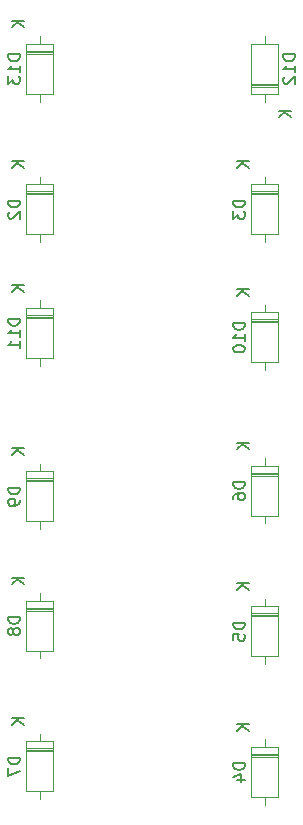
<source format=gbr>
%TF.GenerationSoftware,KiCad,Pcbnew,8.0.8*%
%TF.CreationDate,2025-03-23T18:30:03-07:00*%
%TF.ProjectId,Turtlepad Finalplz,54757274-6c65-4706-9164-2046696e616c,rev?*%
%TF.SameCoordinates,Original*%
%TF.FileFunction,Legend,Bot*%
%TF.FilePolarity,Positive*%
%FSLAX46Y46*%
G04 Gerber Fmt 4.6, Leading zero omitted, Abs format (unit mm)*
G04 Created by KiCad (PCBNEW 8.0.8) date 2025-03-23 18:30:03*
%MOMM*%
%LPD*%
G01*
G04 APERTURE LIST*
%ADD10C,0.150000*%
%ADD11C,0.120000*%
G04 APERTURE END LIST*
D10*
X98347319Y-86891905D02*
X97347319Y-86891905D01*
X97347319Y-86891905D02*
X97347319Y-87130000D01*
X97347319Y-87130000D02*
X97394938Y-87272857D01*
X97394938Y-87272857D02*
X97490176Y-87368095D01*
X97490176Y-87368095D02*
X97585414Y-87415714D01*
X97585414Y-87415714D02*
X97775890Y-87463333D01*
X97775890Y-87463333D02*
X97918747Y-87463333D01*
X97918747Y-87463333D02*
X98109223Y-87415714D01*
X98109223Y-87415714D02*
X98204461Y-87368095D01*
X98204461Y-87368095D02*
X98299700Y-87272857D01*
X98299700Y-87272857D02*
X98347319Y-87130000D01*
X98347319Y-87130000D02*
X98347319Y-86891905D01*
X98347319Y-87939524D02*
X98347319Y-88130000D01*
X98347319Y-88130000D02*
X98299700Y-88225238D01*
X98299700Y-88225238D02*
X98252080Y-88272857D01*
X98252080Y-88272857D02*
X98109223Y-88368095D01*
X98109223Y-88368095D02*
X97918747Y-88415714D01*
X97918747Y-88415714D02*
X97537795Y-88415714D01*
X97537795Y-88415714D02*
X97442557Y-88368095D01*
X97442557Y-88368095D02*
X97394938Y-88320476D01*
X97394938Y-88320476D02*
X97347319Y-88225238D01*
X97347319Y-88225238D02*
X97347319Y-88034762D01*
X97347319Y-88034762D02*
X97394938Y-87939524D01*
X97394938Y-87939524D02*
X97442557Y-87891905D01*
X97442557Y-87891905D02*
X97537795Y-87844286D01*
X97537795Y-87844286D02*
X97775890Y-87844286D01*
X97775890Y-87844286D02*
X97871128Y-87891905D01*
X97871128Y-87891905D02*
X97918747Y-87939524D01*
X97918747Y-87939524D02*
X97966366Y-88034762D01*
X97966366Y-88034762D02*
X97966366Y-88225238D01*
X97966366Y-88225238D02*
X97918747Y-88320476D01*
X97918747Y-88320476D02*
X97871128Y-88368095D01*
X97871128Y-88368095D02*
X97775890Y-88415714D01*
X98667319Y-83558095D02*
X97667319Y-83558095D01*
X98667319Y-84129523D02*
X98095890Y-83700952D01*
X97667319Y-84129523D02*
X98238747Y-83558095D01*
X98347319Y-72604464D02*
X97347319Y-72604464D01*
X97347319Y-72604464D02*
X97347319Y-72842559D01*
X97347319Y-72842559D02*
X97394938Y-72985416D01*
X97394938Y-72985416D02*
X97490176Y-73080654D01*
X97490176Y-73080654D02*
X97585414Y-73128273D01*
X97585414Y-73128273D02*
X97775890Y-73175892D01*
X97775890Y-73175892D02*
X97918747Y-73175892D01*
X97918747Y-73175892D02*
X98109223Y-73128273D01*
X98109223Y-73128273D02*
X98204461Y-73080654D01*
X98204461Y-73080654D02*
X98299700Y-72985416D01*
X98299700Y-72985416D02*
X98347319Y-72842559D01*
X98347319Y-72842559D02*
X98347319Y-72604464D01*
X98347319Y-74128273D02*
X98347319Y-73556845D01*
X98347319Y-73842559D02*
X97347319Y-73842559D01*
X97347319Y-73842559D02*
X97490176Y-73747321D01*
X97490176Y-73747321D02*
X97585414Y-73652083D01*
X97585414Y-73652083D02*
X97633033Y-73556845D01*
X98347319Y-75080654D02*
X98347319Y-74509226D01*
X98347319Y-74794940D02*
X97347319Y-74794940D01*
X97347319Y-74794940D02*
X97490176Y-74699702D01*
X97490176Y-74699702D02*
X97585414Y-74604464D01*
X97585414Y-74604464D02*
X97633033Y-74509226D01*
X98667319Y-69746845D02*
X97667319Y-69746845D01*
X98667319Y-70318273D02*
X98095890Y-69889702D01*
X97667319Y-70318273D02*
X98238747Y-69746845D01*
X117397319Y-62603155D02*
X116397319Y-62603155D01*
X116397319Y-62603155D02*
X116397319Y-62841250D01*
X116397319Y-62841250D02*
X116444938Y-62984107D01*
X116444938Y-62984107D02*
X116540176Y-63079345D01*
X116540176Y-63079345D02*
X116635414Y-63126964D01*
X116635414Y-63126964D02*
X116825890Y-63174583D01*
X116825890Y-63174583D02*
X116968747Y-63174583D01*
X116968747Y-63174583D02*
X117159223Y-63126964D01*
X117159223Y-63126964D02*
X117254461Y-63079345D01*
X117254461Y-63079345D02*
X117349700Y-62984107D01*
X117349700Y-62984107D02*
X117397319Y-62841250D01*
X117397319Y-62841250D02*
X117397319Y-62603155D01*
X116397319Y-63507917D02*
X116397319Y-64126964D01*
X116397319Y-64126964D02*
X116778271Y-63793631D01*
X116778271Y-63793631D02*
X116778271Y-63936488D01*
X116778271Y-63936488D02*
X116825890Y-64031726D01*
X116825890Y-64031726D02*
X116873509Y-64079345D01*
X116873509Y-64079345D02*
X116968747Y-64126964D01*
X116968747Y-64126964D02*
X117206842Y-64126964D01*
X117206842Y-64126964D02*
X117302080Y-64079345D01*
X117302080Y-64079345D02*
X117349700Y-64031726D01*
X117349700Y-64031726D02*
X117397319Y-63936488D01*
X117397319Y-63936488D02*
X117397319Y-63650774D01*
X117397319Y-63650774D02*
X117349700Y-63555536D01*
X117349700Y-63555536D02*
X117302080Y-63507917D01*
X117717319Y-59269345D02*
X116717319Y-59269345D01*
X117717319Y-59840773D02*
X117145890Y-59412202D01*
X116717319Y-59840773D02*
X117288747Y-59269345D01*
X98347319Y-109751905D02*
X97347319Y-109751905D01*
X97347319Y-109751905D02*
X97347319Y-109990000D01*
X97347319Y-109990000D02*
X97394938Y-110132857D01*
X97394938Y-110132857D02*
X97490176Y-110228095D01*
X97490176Y-110228095D02*
X97585414Y-110275714D01*
X97585414Y-110275714D02*
X97775890Y-110323333D01*
X97775890Y-110323333D02*
X97918747Y-110323333D01*
X97918747Y-110323333D02*
X98109223Y-110275714D01*
X98109223Y-110275714D02*
X98204461Y-110228095D01*
X98204461Y-110228095D02*
X98299700Y-110132857D01*
X98299700Y-110132857D02*
X98347319Y-109990000D01*
X98347319Y-109990000D02*
X98347319Y-109751905D01*
X97347319Y-110656667D02*
X97347319Y-111323333D01*
X97347319Y-111323333D02*
X98347319Y-110894762D01*
X98667319Y-106418095D02*
X97667319Y-106418095D01*
X98667319Y-106989523D02*
X98095890Y-106560952D01*
X97667319Y-106989523D02*
X98238747Y-106418095D01*
X117397319Y-86415655D02*
X116397319Y-86415655D01*
X116397319Y-86415655D02*
X116397319Y-86653750D01*
X116397319Y-86653750D02*
X116444938Y-86796607D01*
X116444938Y-86796607D02*
X116540176Y-86891845D01*
X116540176Y-86891845D02*
X116635414Y-86939464D01*
X116635414Y-86939464D02*
X116825890Y-86987083D01*
X116825890Y-86987083D02*
X116968747Y-86987083D01*
X116968747Y-86987083D02*
X117159223Y-86939464D01*
X117159223Y-86939464D02*
X117254461Y-86891845D01*
X117254461Y-86891845D02*
X117349700Y-86796607D01*
X117349700Y-86796607D02*
X117397319Y-86653750D01*
X117397319Y-86653750D02*
X117397319Y-86415655D01*
X116397319Y-87844226D02*
X116397319Y-87653750D01*
X116397319Y-87653750D02*
X116444938Y-87558512D01*
X116444938Y-87558512D02*
X116492557Y-87510893D01*
X116492557Y-87510893D02*
X116635414Y-87415655D01*
X116635414Y-87415655D02*
X116825890Y-87368036D01*
X116825890Y-87368036D02*
X117206842Y-87368036D01*
X117206842Y-87368036D02*
X117302080Y-87415655D01*
X117302080Y-87415655D02*
X117349700Y-87463274D01*
X117349700Y-87463274D02*
X117397319Y-87558512D01*
X117397319Y-87558512D02*
X117397319Y-87748988D01*
X117397319Y-87748988D02*
X117349700Y-87844226D01*
X117349700Y-87844226D02*
X117302080Y-87891845D01*
X117302080Y-87891845D02*
X117206842Y-87939464D01*
X117206842Y-87939464D02*
X116968747Y-87939464D01*
X116968747Y-87939464D02*
X116873509Y-87891845D01*
X116873509Y-87891845D02*
X116825890Y-87844226D01*
X116825890Y-87844226D02*
X116778271Y-87748988D01*
X116778271Y-87748988D02*
X116778271Y-87558512D01*
X116778271Y-87558512D02*
X116825890Y-87463274D01*
X116825890Y-87463274D02*
X116873509Y-87415655D01*
X116873509Y-87415655D02*
X116968747Y-87368036D01*
X117717319Y-83081845D02*
X116717319Y-83081845D01*
X117717319Y-83653273D02*
X117145890Y-83224702D01*
X116717319Y-83653273D02*
X117288747Y-83081845D01*
X121637319Y-50220714D02*
X120637319Y-50220714D01*
X120637319Y-50220714D02*
X120637319Y-50458809D01*
X120637319Y-50458809D02*
X120684938Y-50601666D01*
X120684938Y-50601666D02*
X120780176Y-50696904D01*
X120780176Y-50696904D02*
X120875414Y-50744523D01*
X120875414Y-50744523D02*
X121065890Y-50792142D01*
X121065890Y-50792142D02*
X121208747Y-50792142D01*
X121208747Y-50792142D02*
X121399223Y-50744523D01*
X121399223Y-50744523D02*
X121494461Y-50696904D01*
X121494461Y-50696904D02*
X121589700Y-50601666D01*
X121589700Y-50601666D02*
X121637319Y-50458809D01*
X121637319Y-50458809D02*
X121637319Y-50220714D01*
X121637319Y-51744523D02*
X121637319Y-51173095D01*
X121637319Y-51458809D02*
X120637319Y-51458809D01*
X120637319Y-51458809D02*
X120780176Y-51363571D01*
X120780176Y-51363571D02*
X120875414Y-51268333D01*
X120875414Y-51268333D02*
X120923033Y-51173095D01*
X120732557Y-52125476D02*
X120684938Y-52173095D01*
X120684938Y-52173095D02*
X120637319Y-52268333D01*
X120637319Y-52268333D02*
X120637319Y-52506428D01*
X120637319Y-52506428D02*
X120684938Y-52601666D01*
X120684938Y-52601666D02*
X120732557Y-52649285D01*
X120732557Y-52649285D02*
X120827795Y-52696904D01*
X120827795Y-52696904D02*
X120923033Y-52696904D01*
X120923033Y-52696904D02*
X121065890Y-52649285D01*
X121065890Y-52649285D02*
X121637319Y-52077857D01*
X121637319Y-52077857D02*
X121637319Y-52696904D01*
X121317319Y-54983095D02*
X120317319Y-54983095D01*
X121317319Y-55554523D02*
X120745890Y-55125952D01*
X120317319Y-55554523D02*
X120888747Y-54983095D01*
X117397319Y-72951964D02*
X116397319Y-72951964D01*
X116397319Y-72951964D02*
X116397319Y-73190059D01*
X116397319Y-73190059D02*
X116444938Y-73332916D01*
X116444938Y-73332916D02*
X116540176Y-73428154D01*
X116540176Y-73428154D02*
X116635414Y-73475773D01*
X116635414Y-73475773D02*
X116825890Y-73523392D01*
X116825890Y-73523392D02*
X116968747Y-73523392D01*
X116968747Y-73523392D02*
X117159223Y-73475773D01*
X117159223Y-73475773D02*
X117254461Y-73428154D01*
X117254461Y-73428154D02*
X117349700Y-73332916D01*
X117349700Y-73332916D02*
X117397319Y-73190059D01*
X117397319Y-73190059D02*
X117397319Y-72951964D01*
X117397319Y-74475773D02*
X117397319Y-73904345D01*
X117397319Y-74190059D02*
X116397319Y-74190059D01*
X116397319Y-74190059D02*
X116540176Y-74094821D01*
X116540176Y-74094821D02*
X116635414Y-73999583D01*
X116635414Y-73999583D02*
X116683033Y-73904345D01*
X116397319Y-75094821D02*
X116397319Y-75190059D01*
X116397319Y-75190059D02*
X116444938Y-75285297D01*
X116444938Y-75285297D02*
X116492557Y-75332916D01*
X116492557Y-75332916D02*
X116587795Y-75380535D01*
X116587795Y-75380535D02*
X116778271Y-75428154D01*
X116778271Y-75428154D02*
X117016366Y-75428154D01*
X117016366Y-75428154D02*
X117206842Y-75380535D01*
X117206842Y-75380535D02*
X117302080Y-75332916D01*
X117302080Y-75332916D02*
X117349700Y-75285297D01*
X117349700Y-75285297D02*
X117397319Y-75190059D01*
X117397319Y-75190059D02*
X117397319Y-75094821D01*
X117397319Y-75094821D02*
X117349700Y-74999583D01*
X117349700Y-74999583D02*
X117302080Y-74951964D01*
X117302080Y-74951964D02*
X117206842Y-74904345D01*
X117206842Y-74904345D02*
X117016366Y-74856726D01*
X117016366Y-74856726D02*
X116778271Y-74856726D01*
X116778271Y-74856726D02*
X116587795Y-74904345D01*
X116587795Y-74904345D02*
X116492557Y-74951964D01*
X116492557Y-74951964D02*
X116444938Y-74999583D01*
X116444938Y-74999583D02*
X116397319Y-75094821D01*
X117717319Y-70094345D02*
X116717319Y-70094345D01*
X117717319Y-70665773D02*
X117145890Y-70237202D01*
X116717319Y-70665773D02*
X117288747Y-70094345D01*
X98347319Y-97845655D02*
X97347319Y-97845655D01*
X97347319Y-97845655D02*
X97347319Y-98083750D01*
X97347319Y-98083750D02*
X97394938Y-98226607D01*
X97394938Y-98226607D02*
X97490176Y-98321845D01*
X97490176Y-98321845D02*
X97585414Y-98369464D01*
X97585414Y-98369464D02*
X97775890Y-98417083D01*
X97775890Y-98417083D02*
X97918747Y-98417083D01*
X97918747Y-98417083D02*
X98109223Y-98369464D01*
X98109223Y-98369464D02*
X98204461Y-98321845D01*
X98204461Y-98321845D02*
X98299700Y-98226607D01*
X98299700Y-98226607D02*
X98347319Y-98083750D01*
X98347319Y-98083750D02*
X98347319Y-97845655D01*
X97775890Y-98988512D02*
X97728271Y-98893274D01*
X97728271Y-98893274D02*
X97680652Y-98845655D01*
X97680652Y-98845655D02*
X97585414Y-98798036D01*
X97585414Y-98798036D02*
X97537795Y-98798036D01*
X97537795Y-98798036D02*
X97442557Y-98845655D01*
X97442557Y-98845655D02*
X97394938Y-98893274D01*
X97394938Y-98893274D02*
X97347319Y-98988512D01*
X97347319Y-98988512D02*
X97347319Y-99178988D01*
X97347319Y-99178988D02*
X97394938Y-99274226D01*
X97394938Y-99274226D02*
X97442557Y-99321845D01*
X97442557Y-99321845D02*
X97537795Y-99369464D01*
X97537795Y-99369464D02*
X97585414Y-99369464D01*
X97585414Y-99369464D02*
X97680652Y-99321845D01*
X97680652Y-99321845D02*
X97728271Y-99274226D01*
X97728271Y-99274226D02*
X97775890Y-99178988D01*
X97775890Y-99178988D02*
X97775890Y-98988512D01*
X97775890Y-98988512D02*
X97823509Y-98893274D01*
X97823509Y-98893274D02*
X97871128Y-98845655D01*
X97871128Y-98845655D02*
X97966366Y-98798036D01*
X97966366Y-98798036D02*
X98156842Y-98798036D01*
X98156842Y-98798036D02*
X98252080Y-98845655D01*
X98252080Y-98845655D02*
X98299700Y-98893274D01*
X98299700Y-98893274D02*
X98347319Y-98988512D01*
X98347319Y-98988512D02*
X98347319Y-99178988D01*
X98347319Y-99178988D02*
X98299700Y-99274226D01*
X98299700Y-99274226D02*
X98252080Y-99321845D01*
X98252080Y-99321845D02*
X98156842Y-99369464D01*
X98156842Y-99369464D02*
X97966366Y-99369464D01*
X97966366Y-99369464D02*
X97871128Y-99321845D01*
X97871128Y-99321845D02*
X97823509Y-99274226D01*
X97823509Y-99274226D02*
X97775890Y-99178988D01*
X98667319Y-94511845D02*
X97667319Y-94511845D01*
X98667319Y-95083273D02*
X98095890Y-94654702D01*
X97667319Y-95083273D02*
X98238747Y-94511845D01*
X117397319Y-110228155D02*
X116397319Y-110228155D01*
X116397319Y-110228155D02*
X116397319Y-110466250D01*
X116397319Y-110466250D02*
X116444938Y-110609107D01*
X116444938Y-110609107D02*
X116540176Y-110704345D01*
X116540176Y-110704345D02*
X116635414Y-110751964D01*
X116635414Y-110751964D02*
X116825890Y-110799583D01*
X116825890Y-110799583D02*
X116968747Y-110799583D01*
X116968747Y-110799583D02*
X117159223Y-110751964D01*
X117159223Y-110751964D02*
X117254461Y-110704345D01*
X117254461Y-110704345D02*
X117349700Y-110609107D01*
X117349700Y-110609107D02*
X117397319Y-110466250D01*
X117397319Y-110466250D02*
X117397319Y-110228155D01*
X116730652Y-111656726D02*
X117397319Y-111656726D01*
X116349700Y-111418631D02*
X117063985Y-111180536D01*
X117063985Y-111180536D02*
X117063985Y-111799583D01*
X117717319Y-106894345D02*
X116717319Y-106894345D01*
X117717319Y-107465773D02*
X117145890Y-107037202D01*
X116717319Y-107465773D02*
X117288747Y-106894345D01*
X117397319Y-98321905D02*
X116397319Y-98321905D01*
X116397319Y-98321905D02*
X116397319Y-98560000D01*
X116397319Y-98560000D02*
X116444938Y-98702857D01*
X116444938Y-98702857D02*
X116540176Y-98798095D01*
X116540176Y-98798095D02*
X116635414Y-98845714D01*
X116635414Y-98845714D02*
X116825890Y-98893333D01*
X116825890Y-98893333D02*
X116968747Y-98893333D01*
X116968747Y-98893333D02*
X117159223Y-98845714D01*
X117159223Y-98845714D02*
X117254461Y-98798095D01*
X117254461Y-98798095D02*
X117349700Y-98702857D01*
X117349700Y-98702857D02*
X117397319Y-98560000D01*
X117397319Y-98560000D02*
X117397319Y-98321905D01*
X116397319Y-99798095D02*
X116397319Y-99321905D01*
X116397319Y-99321905D02*
X116873509Y-99274286D01*
X116873509Y-99274286D02*
X116825890Y-99321905D01*
X116825890Y-99321905D02*
X116778271Y-99417143D01*
X116778271Y-99417143D02*
X116778271Y-99655238D01*
X116778271Y-99655238D02*
X116825890Y-99750476D01*
X116825890Y-99750476D02*
X116873509Y-99798095D01*
X116873509Y-99798095D02*
X116968747Y-99845714D01*
X116968747Y-99845714D02*
X117206842Y-99845714D01*
X117206842Y-99845714D02*
X117302080Y-99798095D01*
X117302080Y-99798095D02*
X117349700Y-99750476D01*
X117349700Y-99750476D02*
X117397319Y-99655238D01*
X117397319Y-99655238D02*
X117397319Y-99417143D01*
X117397319Y-99417143D02*
X117349700Y-99321905D01*
X117349700Y-99321905D02*
X117302080Y-99274286D01*
X117717319Y-94988095D02*
X116717319Y-94988095D01*
X117717319Y-95559523D02*
X117145890Y-95130952D01*
X116717319Y-95559523D02*
X117288747Y-94988095D01*
X98347319Y-50220714D02*
X97347319Y-50220714D01*
X97347319Y-50220714D02*
X97347319Y-50458809D01*
X97347319Y-50458809D02*
X97394938Y-50601666D01*
X97394938Y-50601666D02*
X97490176Y-50696904D01*
X97490176Y-50696904D02*
X97585414Y-50744523D01*
X97585414Y-50744523D02*
X97775890Y-50792142D01*
X97775890Y-50792142D02*
X97918747Y-50792142D01*
X97918747Y-50792142D02*
X98109223Y-50744523D01*
X98109223Y-50744523D02*
X98204461Y-50696904D01*
X98204461Y-50696904D02*
X98299700Y-50601666D01*
X98299700Y-50601666D02*
X98347319Y-50458809D01*
X98347319Y-50458809D02*
X98347319Y-50220714D01*
X98347319Y-51744523D02*
X98347319Y-51173095D01*
X98347319Y-51458809D02*
X97347319Y-51458809D01*
X97347319Y-51458809D02*
X97490176Y-51363571D01*
X97490176Y-51363571D02*
X97585414Y-51268333D01*
X97585414Y-51268333D02*
X97633033Y-51173095D01*
X97347319Y-52077857D02*
X97347319Y-52696904D01*
X97347319Y-52696904D02*
X97728271Y-52363571D01*
X97728271Y-52363571D02*
X97728271Y-52506428D01*
X97728271Y-52506428D02*
X97775890Y-52601666D01*
X97775890Y-52601666D02*
X97823509Y-52649285D01*
X97823509Y-52649285D02*
X97918747Y-52696904D01*
X97918747Y-52696904D02*
X98156842Y-52696904D01*
X98156842Y-52696904D02*
X98252080Y-52649285D01*
X98252080Y-52649285D02*
X98299700Y-52601666D01*
X98299700Y-52601666D02*
X98347319Y-52506428D01*
X98347319Y-52506428D02*
X98347319Y-52220714D01*
X98347319Y-52220714D02*
X98299700Y-52125476D01*
X98299700Y-52125476D02*
X98252080Y-52077857D01*
X98667319Y-47363095D02*
X97667319Y-47363095D01*
X98667319Y-47934523D02*
X98095890Y-47505952D01*
X97667319Y-47934523D02*
X98238747Y-47363095D01*
X98347319Y-62603155D02*
X97347319Y-62603155D01*
X97347319Y-62603155D02*
X97347319Y-62841250D01*
X97347319Y-62841250D02*
X97394938Y-62984107D01*
X97394938Y-62984107D02*
X97490176Y-63079345D01*
X97490176Y-63079345D02*
X97585414Y-63126964D01*
X97585414Y-63126964D02*
X97775890Y-63174583D01*
X97775890Y-63174583D02*
X97918747Y-63174583D01*
X97918747Y-63174583D02*
X98109223Y-63126964D01*
X98109223Y-63126964D02*
X98204461Y-63079345D01*
X98204461Y-63079345D02*
X98299700Y-62984107D01*
X98299700Y-62984107D02*
X98347319Y-62841250D01*
X98347319Y-62841250D02*
X98347319Y-62603155D01*
X97442557Y-63555536D02*
X97394938Y-63603155D01*
X97394938Y-63603155D02*
X97347319Y-63698393D01*
X97347319Y-63698393D02*
X97347319Y-63936488D01*
X97347319Y-63936488D02*
X97394938Y-64031726D01*
X97394938Y-64031726D02*
X97442557Y-64079345D01*
X97442557Y-64079345D02*
X97537795Y-64126964D01*
X97537795Y-64126964D02*
X97633033Y-64126964D01*
X97633033Y-64126964D02*
X97775890Y-64079345D01*
X97775890Y-64079345D02*
X98347319Y-63507917D01*
X98347319Y-63507917D02*
X98347319Y-64126964D01*
X98667319Y-59269345D02*
X97667319Y-59269345D01*
X98667319Y-59840773D02*
X98095890Y-59412202D01*
X97667319Y-59840773D02*
X98238747Y-59269345D01*
D11*
%TO.C,D9*%
X98892500Y-85510000D02*
X98892500Y-89750000D01*
X98892500Y-89750000D02*
X101132500Y-89750000D01*
X100012500Y-85510000D02*
X100012500Y-84860000D01*
X100012500Y-89750000D02*
X100012500Y-90400000D01*
X101132500Y-85510000D02*
X98892500Y-85510000D01*
X101132500Y-86110000D02*
X98892500Y-86110000D01*
X101132500Y-86230000D02*
X98892500Y-86230000D01*
X101132500Y-86350000D02*
X98892500Y-86350000D01*
X101132500Y-89750000D02*
X101132500Y-85510000D01*
%TO.C,D11*%
X98892500Y-71698750D02*
X98892500Y-75938750D01*
X98892500Y-75938750D02*
X101132500Y-75938750D01*
X100012500Y-71698750D02*
X100012500Y-71048750D01*
X100012500Y-75938750D02*
X100012500Y-76588750D01*
X101132500Y-71698750D02*
X98892500Y-71698750D01*
X101132500Y-72298750D02*
X98892500Y-72298750D01*
X101132500Y-72418750D02*
X98892500Y-72418750D01*
X101132500Y-72538750D02*
X98892500Y-72538750D01*
X101132500Y-75938750D02*
X101132500Y-71698750D01*
%TO.C,D3*%
X117942500Y-61221250D02*
X117942500Y-65461250D01*
X117942500Y-65461250D02*
X120182500Y-65461250D01*
X119062500Y-61221250D02*
X119062500Y-60571250D01*
X119062500Y-65461250D02*
X119062500Y-66111250D01*
X120182500Y-61221250D02*
X117942500Y-61221250D01*
X120182500Y-61821250D02*
X117942500Y-61821250D01*
X120182500Y-61941250D02*
X117942500Y-61941250D01*
X120182500Y-62061250D02*
X117942500Y-62061250D01*
X120182500Y-65461250D02*
X120182500Y-61221250D01*
%TO.C,D7*%
X98892500Y-108370000D02*
X98892500Y-112610000D01*
X98892500Y-112610000D02*
X101132500Y-112610000D01*
X100012500Y-108370000D02*
X100012500Y-107720000D01*
X100012500Y-112610000D02*
X100012500Y-113260000D01*
X101132500Y-108370000D02*
X98892500Y-108370000D01*
X101132500Y-108970000D02*
X98892500Y-108970000D01*
X101132500Y-109090000D02*
X98892500Y-109090000D01*
X101132500Y-109210000D02*
X98892500Y-109210000D01*
X101132500Y-112610000D02*
X101132500Y-108370000D01*
%TO.C,D6*%
X117942500Y-85033750D02*
X117942500Y-89273750D01*
X117942500Y-89273750D02*
X120182500Y-89273750D01*
X119062500Y-85033750D02*
X119062500Y-84383750D01*
X119062500Y-89273750D02*
X119062500Y-89923750D01*
X120182500Y-85033750D02*
X117942500Y-85033750D01*
X120182500Y-85633750D02*
X117942500Y-85633750D01*
X120182500Y-85753750D02*
X117942500Y-85753750D01*
X120182500Y-85873750D02*
X117942500Y-85873750D01*
X120182500Y-89273750D02*
X120182500Y-85033750D01*
%TO.C,D12*%
X117942500Y-49315000D02*
X117942500Y-53555000D01*
X117942500Y-52715000D02*
X120182500Y-52715000D01*
X117942500Y-52835000D02*
X120182500Y-52835000D01*
X117942500Y-52955000D02*
X120182500Y-52955000D01*
X117942500Y-53555000D02*
X120182500Y-53555000D01*
X119062500Y-49315000D02*
X119062500Y-48665000D01*
X119062500Y-53555000D02*
X119062500Y-54205000D01*
X120182500Y-49315000D02*
X117942500Y-49315000D01*
X120182500Y-53555000D02*
X120182500Y-49315000D01*
%TO.C,D10*%
X117942500Y-72046250D02*
X117942500Y-76286250D01*
X117942500Y-76286250D02*
X120182500Y-76286250D01*
X119062500Y-72046250D02*
X119062500Y-71396250D01*
X119062500Y-76286250D02*
X119062500Y-76936250D01*
X120182500Y-72046250D02*
X117942500Y-72046250D01*
X120182500Y-72646250D02*
X117942500Y-72646250D01*
X120182500Y-72766250D02*
X117942500Y-72766250D01*
X120182500Y-72886250D02*
X117942500Y-72886250D01*
X120182500Y-76286250D02*
X120182500Y-72046250D01*
%TO.C,D8*%
X98892500Y-96463750D02*
X98892500Y-100703750D01*
X98892500Y-100703750D02*
X101132500Y-100703750D01*
X100012500Y-96463750D02*
X100012500Y-95813750D01*
X100012500Y-100703750D02*
X100012500Y-101353750D01*
X101132500Y-96463750D02*
X98892500Y-96463750D01*
X101132500Y-97063750D02*
X98892500Y-97063750D01*
X101132500Y-97183750D02*
X98892500Y-97183750D01*
X101132500Y-97303750D02*
X98892500Y-97303750D01*
X101132500Y-100703750D02*
X101132500Y-96463750D01*
%TO.C,D4*%
X117942500Y-108846250D02*
X117942500Y-113086250D01*
X117942500Y-113086250D02*
X120182500Y-113086250D01*
X119062500Y-108846250D02*
X119062500Y-108196250D01*
X119062500Y-113086250D02*
X119062500Y-113736250D01*
X120182500Y-108846250D02*
X117942500Y-108846250D01*
X120182500Y-109446250D02*
X117942500Y-109446250D01*
X120182500Y-109566250D02*
X117942500Y-109566250D01*
X120182500Y-109686250D02*
X117942500Y-109686250D01*
X120182500Y-113086250D02*
X120182500Y-108846250D01*
%TO.C,D5*%
X117942500Y-96940000D02*
X117942500Y-101180000D01*
X117942500Y-101180000D02*
X120182500Y-101180000D01*
X119062500Y-96940000D02*
X119062500Y-96290000D01*
X119062500Y-101180000D02*
X119062500Y-101830000D01*
X120182500Y-96940000D02*
X117942500Y-96940000D01*
X120182500Y-97540000D02*
X117942500Y-97540000D01*
X120182500Y-97660000D02*
X117942500Y-97660000D01*
X120182500Y-97780000D02*
X117942500Y-97780000D01*
X120182500Y-101180000D02*
X120182500Y-96940000D01*
%TO.C,D13*%
X98892500Y-49315000D02*
X98892500Y-53555000D01*
X98892500Y-53555000D02*
X101132500Y-53555000D01*
X100012500Y-49315000D02*
X100012500Y-48665000D01*
X100012500Y-53555000D02*
X100012500Y-54205000D01*
X101132500Y-49315000D02*
X98892500Y-49315000D01*
X101132500Y-49915000D02*
X98892500Y-49915000D01*
X101132500Y-50035000D02*
X98892500Y-50035000D01*
X101132500Y-50155000D02*
X98892500Y-50155000D01*
X101132500Y-53555000D02*
X101132500Y-49315000D01*
%TO.C,D2*%
X98892500Y-61221250D02*
X98892500Y-65461250D01*
X98892500Y-65461250D02*
X101132500Y-65461250D01*
X100012500Y-61221250D02*
X100012500Y-60571250D01*
X100012500Y-65461250D02*
X100012500Y-66111250D01*
X101132500Y-61221250D02*
X98892500Y-61221250D01*
X101132500Y-61821250D02*
X98892500Y-61821250D01*
X101132500Y-61941250D02*
X98892500Y-61941250D01*
X101132500Y-62061250D02*
X98892500Y-62061250D01*
X101132500Y-65461250D02*
X101132500Y-61221250D01*
%TD*%
M02*

</source>
